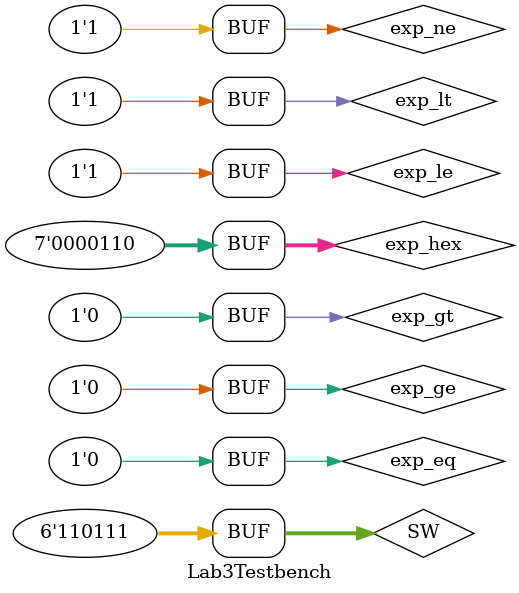
<source format=v>
`timescale 1ns/1ns

module Lab3Testbench;

    reg  [5:0] SW;
    wire [5:0] LEDR;
    wire [6:0] HEX0;

    // Instantiate DUT
    
    Lab3 l3(.SW(SW), .LEDR(LEDR), .HEX0(HEX0));

    /* These might be useful... */
    // Expected HEX encodings (active-low)
    localparam HEX_G = 7'b0010000;  // g
    localparam HEX_L = 7'b1000111; // L
    localparam HEX_E = 7'b0000110;  // E

    // integer errors = 0;

    reg exp_gt, exp_ge, exp_lt, exp_le, exp_eq, exp_ne;
    reg [6:0] exp_hex;

    initial begin
        SW = 6'b000000; {exp_gt, exp_ge, exp_lt, exp_le, exp_eq, exp_ne} = 6'b010110; exp_hex = HEX_E; #5;
        SW = 6'b001001; {exp_gt, exp_ge, exp_lt, exp_le, exp_eq, exp_ne} = 6'b010110; exp_hex = HEX_E; #5;
        SW = 6'b111111; {exp_gt, exp_ge, exp_lt, exp_le, exp_eq, exp_ne} = 6'b010110; exp_hex = HEX_E; #5;

        SW = 6'b001000; {exp_gt, exp_ge, exp_lt, exp_le, exp_eq, exp_ne} = 6'b110001; exp_hex = HEX_E; #5;
        SW = 6'b100010; {exp_gt, exp_ge, exp_lt, exp_le, exp_eq, exp_ne} = 6'b110001; exp_hex = HEX_E; #5;
        SW = 6'b111110; {exp_gt, exp_ge, exp_lt, exp_le, exp_eq, exp_ne} = 6'b110001; exp_hex = HEX_E; #5;

        SW = 6'b000001; {exp_gt, exp_ge, exp_lt, exp_le, exp_eq, exp_ne} = 6'b001101; exp_hex = HEX_E; #5;
        SW = 6'b010100; {exp_gt, exp_ge, exp_lt, exp_le, exp_eq, exp_ne} = 6'b001101; exp_hex = HEX_E; #5;
        SW = 6'b110111; {exp_gt, exp_ge, exp_lt, exp_le, exp_eq, exp_ne} = 6'b001101; exp_hex = HEX_E; #5;


    end

endmodule

</source>
